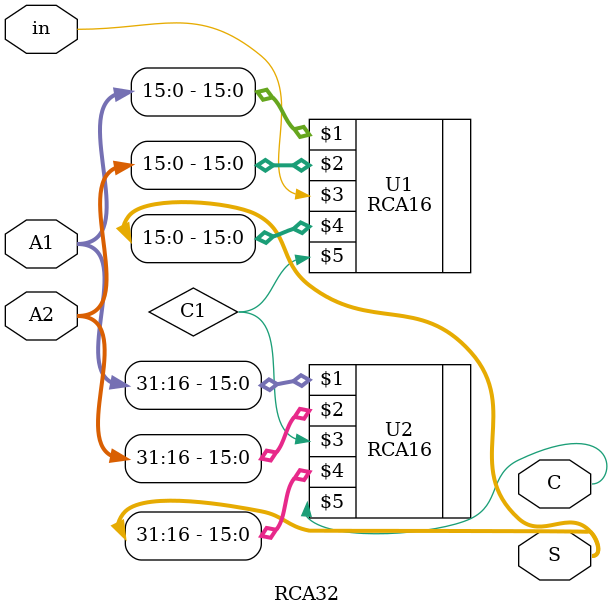
<source format=v>
`timescale 1ns / 1ps
module RCA32(A1,A2,in,S,C);
//Ripple Carry Adder
    //Inputs
    input [31:0] A1;
    input [31:0] A2;
	 input in;
    //Outputs
    output [31:0] S;
    output C;
    
    //Connecting the Full Adder Components
    wire C1;
	 RCA16 U1(A1[15:0],A2[15:0],in,S[15:0],C1);
	 RCA16 U2(A1[31:16],A2[31:16],C1,S[31:16],C);
endmodule

</source>
